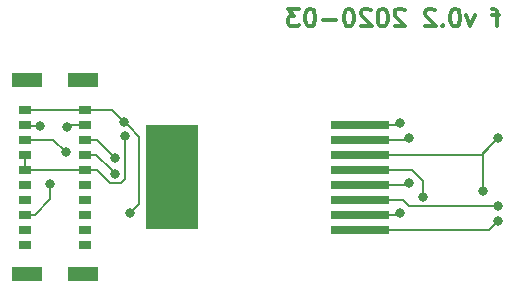
<source format=gbr>
G04 #@! TF.GenerationSoftware,KiCad,Pcbnew,5.1.5*
G04 #@! TF.CreationDate,2020-03-20T00:43:26-04:00*
G04 #@! TF.ProjectId,M55-RJ45,4d35352d-524a-4343-952e-6b696361645f,rev?*
G04 #@! TF.SameCoordinates,Original*
G04 #@! TF.FileFunction,Copper,L2,Bot*
G04 #@! TF.FilePolarity,Positive*
%FSLAX46Y46*%
G04 Gerber Fmt 4.6, Leading zero omitted, Abs format (unit mm)*
G04 Created by KiCad (PCBNEW 5.1.5) date 2020-03-20 00:43:26*
%MOMM*%
%LPD*%
G04 APERTURE LIST*
%ADD10C,0.300000*%
%ADD11R,1.100000X0.800000*%
%ADD12R,2.500000X1.200000*%
%ADD13R,4.500000X8.800000*%
%ADD14R,5.000000X0.760000*%
%ADD15C,0.800000*%
%ADD16C,0.127000*%
G04 APERTURE END LIST*
D10*
X70595000Y-115248571D02*
X70023571Y-115248571D01*
X70380714Y-116248571D02*
X70380714Y-114962857D01*
X70309285Y-114820000D01*
X70166428Y-114748571D01*
X70023571Y-114748571D01*
X68523571Y-115248571D02*
X68166428Y-116248571D01*
X67809285Y-115248571D01*
X66952142Y-114748571D02*
X66809285Y-114748571D01*
X66666428Y-114820000D01*
X66595000Y-114891428D01*
X66523571Y-115034285D01*
X66452142Y-115320000D01*
X66452142Y-115677142D01*
X66523571Y-115962857D01*
X66595000Y-116105714D01*
X66666428Y-116177142D01*
X66809285Y-116248571D01*
X66952142Y-116248571D01*
X67095000Y-116177142D01*
X67166428Y-116105714D01*
X67237857Y-115962857D01*
X67309285Y-115677142D01*
X67309285Y-115320000D01*
X67237857Y-115034285D01*
X67166428Y-114891428D01*
X67095000Y-114820000D01*
X66952142Y-114748571D01*
X65809285Y-116105714D02*
X65737857Y-116177142D01*
X65809285Y-116248571D01*
X65880714Y-116177142D01*
X65809285Y-116105714D01*
X65809285Y-116248571D01*
X65166428Y-114891428D02*
X65095000Y-114820000D01*
X64952142Y-114748571D01*
X64595000Y-114748571D01*
X64452142Y-114820000D01*
X64380714Y-114891428D01*
X64309285Y-115034285D01*
X64309285Y-115177142D01*
X64380714Y-115391428D01*
X65237857Y-116248571D01*
X64309285Y-116248571D01*
X62595000Y-114891428D02*
X62523571Y-114820000D01*
X62380714Y-114748571D01*
X62023571Y-114748571D01*
X61880714Y-114820000D01*
X61809285Y-114891428D01*
X61737857Y-115034285D01*
X61737857Y-115177142D01*
X61809285Y-115391428D01*
X62666428Y-116248571D01*
X61737857Y-116248571D01*
X60809285Y-114748571D02*
X60666428Y-114748571D01*
X60523571Y-114820000D01*
X60452142Y-114891428D01*
X60380714Y-115034285D01*
X60309285Y-115320000D01*
X60309285Y-115677142D01*
X60380714Y-115962857D01*
X60452142Y-116105714D01*
X60523571Y-116177142D01*
X60666428Y-116248571D01*
X60809285Y-116248571D01*
X60952142Y-116177142D01*
X61023571Y-116105714D01*
X61095000Y-115962857D01*
X61166428Y-115677142D01*
X61166428Y-115320000D01*
X61095000Y-115034285D01*
X61023571Y-114891428D01*
X60952142Y-114820000D01*
X60809285Y-114748571D01*
X59737857Y-114891428D02*
X59666428Y-114820000D01*
X59523571Y-114748571D01*
X59166428Y-114748571D01*
X59023571Y-114820000D01*
X58952142Y-114891428D01*
X58880714Y-115034285D01*
X58880714Y-115177142D01*
X58952142Y-115391428D01*
X59809285Y-116248571D01*
X58880714Y-116248571D01*
X57952142Y-114748571D02*
X57809285Y-114748571D01*
X57666428Y-114820000D01*
X57595000Y-114891428D01*
X57523571Y-115034285D01*
X57452142Y-115320000D01*
X57452142Y-115677142D01*
X57523571Y-115962857D01*
X57595000Y-116105714D01*
X57666428Y-116177142D01*
X57809285Y-116248571D01*
X57952142Y-116248571D01*
X58095000Y-116177142D01*
X58166428Y-116105714D01*
X58237857Y-115962857D01*
X58309285Y-115677142D01*
X58309285Y-115320000D01*
X58237857Y-115034285D01*
X58166428Y-114891428D01*
X58095000Y-114820000D01*
X57952142Y-114748571D01*
X56809285Y-115677142D02*
X55666428Y-115677142D01*
X54666428Y-114748571D02*
X54523571Y-114748571D01*
X54380714Y-114820000D01*
X54309285Y-114891428D01*
X54237857Y-115034285D01*
X54166428Y-115320000D01*
X54166428Y-115677142D01*
X54237857Y-115962857D01*
X54309285Y-116105714D01*
X54380714Y-116177142D01*
X54523571Y-116248571D01*
X54666428Y-116248571D01*
X54809285Y-116177142D01*
X54880714Y-116105714D01*
X54952142Y-115962857D01*
X55023571Y-115677142D01*
X55023571Y-115320000D01*
X54952142Y-115034285D01*
X54880714Y-114891428D01*
X54809285Y-114820000D01*
X54666428Y-114748571D01*
X53666428Y-114748571D02*
X52737857Y-114748571D01*
X53237857Y-115320000D01*
X53023571Y-115320000D01*
X52880714Y-115391428D01*
X52809285Y-115462857D01*
X52737857Y-115605714D01*
X52737857Y-115962857D01*
X52809285Y-116105714D01*
X52880714Y-116177142D01*
X53023571Y-116248571D01*
X53452142Y-116248571D01*
X53595000Y-116177142D01*
X53666428Y-116105714D01*
D11*
X35540000Y-134715000D03*
X30460000Y-134715000D03*
X35540000Y-133445000D03*
X30460000Y-133445000D03*
X35540000Y-132175000D03*
X30460000Y-132175000D03*
X35540000Y-130905000D03*
X30460000Y-130905000D03*
X35540000Y-129635000D03*
X30460000Y-129635000D03*
X35540000Y-128365000D03*
X30460000Y-128365000D03*
X35540000Y-127095000D03*
X30460000Y-127095000D03*
X35540000Y-125825000D03*
X30460000Y-125825000D03*
X35540000Y-124555000D03*
X30460000Y-124555000D03*
X35540000Y-123285000D03*
X30460000Y-123285000D03*
D12*
X35375000Y-120790000D03*
X30625000Y-120790000D03*
X35375000Y-137210000D03*
X30625000Y-137210000D03*
D13*
X42910000Y-129000000D03*
D14*
X58840000Y-133445000D03*
X58840000Y-132175000D03*
X58840000Y-130905000D03*
X58840000Y-129635000D03*
X58840000Y-128365000D03*
X58840000Y-127095000D03*
X58840000Y-125825000D03*
X58840000Y-124555000D03*
D15*
X39370000Y-132054600D03*
X38841680Y-124297440D03*
X38956189Y-125545425D03*
X32537400Y-129578100D03*
X33975949Y-124759711D03*
X38100002Y-127354906D03*
X38099996Y-128734510D03*
X33896300Y-126898400D03*
X31750000Y-124688600D03*
X70485000Y-132715000D03*
X62230000Y-124460000D03*
X62230000Y-132080000D03*
X70485000Y-131445000D03*
X63005000Y-129540000D03*
X64134990Y-130669990D03*
X69215000Y-130175000D03*
X70485000Y-125730000D03*
X63005000Y-125730000D03*
D16*
X30555000Y-123190000D02*
X30460000Y-123285000D01*
X35540000Y-123285000D02*
X30460000Y-123285000D01*
X35540000Y-123285000D02*
X37829240Y-123285000D01*
X40133219Y-131291381D02*
X40133219Y-125588979D01*
X39370000Y-132054600D02*
X40133219Y-131291381D01*
X39241679Y-124697439D02*
X38841680Y-124297440D01*
X40133219Y-125588979D02*
X39241679Y-124697439D01*
X37829240Y-123285000D02*
X38841680Y-124297440D01*
X30460000Y-128365000D02*
X30460000Y-127095000D01*
X31260000Y-128365000D02*
X30460000Y-128365000D01*
X35540000Y-128365000D02*
X31260000Y-128365000D01*
X35540000Y-128365000D02*
X36539996Y-128365000D01*
X38610540Y-129509520D02*
X38956189Y-129163871D01*
X37684516Y-129509520D02*
X38610540Y-129509520D01*
X36539996Y-128365000D02*
X37684516Y-129509520D01*
X38956189Y-129163871D02*
X38956189Y-126111110D01*
X38956189Y-126111110D02*
X38956189Y-125545425D01*
X32537400Y-130143785D02*
X32537400Y-129578100D01*
X30460000Y-132175000D02*
X31260000Y-132175000D01*
X31260000Y-132175000D02*
X32537400Y-130897600D01*
X32537400Y-130897600D02*
X32537400Y-130143785D01*
X34180660Y-124555000D02*
X33975949Y-124759711D01*
X35540000Y-124555000D02*
X34180660Y-124555000D01*
X36570096Y-125825000D02*
X38100002Y-127354906D01*
X35540000Y-125825000D02*
X36570096Y-125825000D01*
X35654425Y-127209425D02*
X35540000Y-127095000D01*
X36460486Y-127095000D02*
X37699997Y-128334511D01*
X35540000Y-127095000D02*
X36460486Y-127095000D01*
X37699997Y-128334511D02*
X38099996Y-128734510D01*
X32822900Y-125825000D02*
X33896300Y-126898400D01*
X30460000Y-125825000D02*
X32822900Y-125825000D01*
X30581859Y-124433141D02*
X30460000Y-124555000D01*
X30593600Y-124688600D02*
X30460000Y-124555000D01*
X31750000Y-124688600D02*
X30593600Y-124688600D01*
X58840000Y-133445000D02*
X69755000Y-133445000D01*
X70085001Y-133114999D02*
X70485000Y-132715000D01*
X69755000Y-133445000D02*
X70085001Y-133114999D01*
X58840000Y-124555000D02*
X62135000Y-124555000D01*
X62135000Y-124555000D02*
X62230000Y-124460000D01*
X62135000Y-132175000D02*
X62230000Y-132080000D01*
X58840000Y-132175000D02*
X62135000Y-132175000D01*
X62987994Y-131445000D02*
X70485000Y-131445000D01*
X58840000Y-130905000D02*
X62447994Y-130905000D01*
X62447994Y-130905000D02*
X62987994Y-131445000D01*
X58840000Y-129635000D02*
X62910000Y-129635000D01*
X62910000Y-129635000D02*
X63005000Y-129540000D01*
X63200154Y-128365000D02*
X64134990Y-129299836D01*
X58840000Y-128365000D02*
X63200154Y-128365000D01*
X64134990Y-130104305D02*
X64134990Y-130669990D01*
X64134990Y-129299836D02*
X64134990Y-130104305D01*
X69120000Y-127095000D02*
X70485000Y-125730000D01*
X69215000Y-127000000D02*
X70485000Y-125730000D01*
X69215000Y-130175000D02*
X69215000Y-127000000D01*
X58840000Y-127095000D02*
X69120000Y-127095000D01*
X58840000Y-125825000D02*
X62910000Y-125825000D01*
X62910000Y-125825000D02*
X63005000Y-125730000D01*
M02*

</source>
